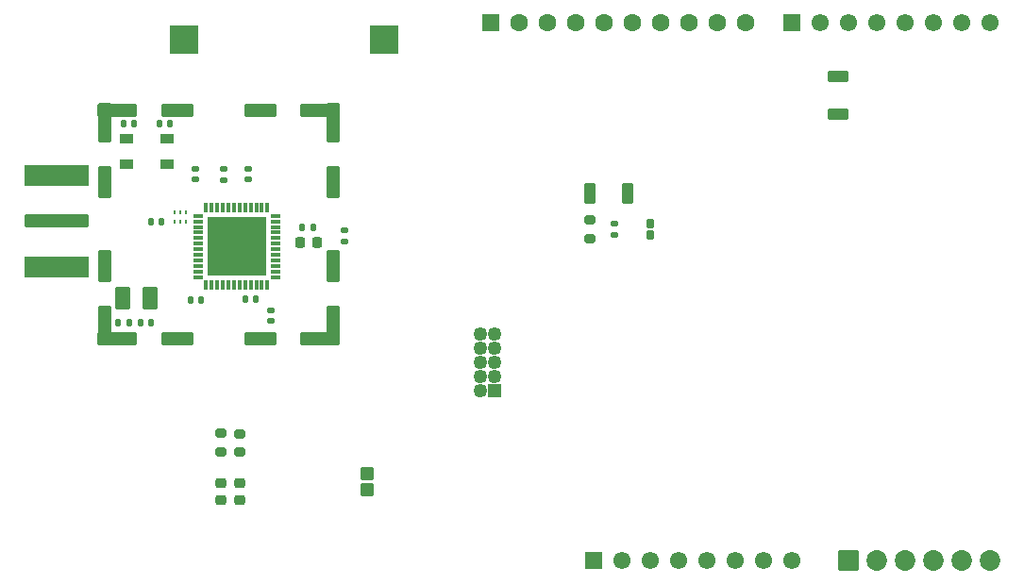
<source format=gbr>
%TF.GenerationSoftware,KiCad,Pcbnew,7.0.10*%
%TF.CreationDate,2024-02-28T21:34:32+00:00*%
%TF.ProjectId,RF_Race_Car,52465f52-6163-4655-9f43-61722e6b6963,rev?*%
%TF.SameCoordinates,Original*%
%TF.FileFunction,Soldermask,Top*%
%TF.FilePolarity,Negative*%
%FSLAX46Y46*%
G04 Gerber Fmt 4.6, Leading zero omitted, Abs format (unit mm)*
G04 Created by KiCad (PCBNEW 7.0.10) date 2024-02-28 21:34:32*
%MOMM*%
%LPD*%
G01*
G04 APERTURE LIST*
G04 Aperture macros list*
%AMRoundRect*
0 Rectangle with rounded corners*
0 $1 Rounding radius*
0 $2 $3 $4 $5 $6 $7 $8 $9 X,Y pos of 4 corners*
0 Add a 4 corners polygon primitive as box body*
4,1,4,$2,$3,$4,$5,$6,$7,$8,$9,$2,$3,0*
0 Add four circle primitives for the rounded corners*
1,1,$1+$1,$2,$3*
1,1,$1+$1,$4,$5*
1,1,$1+$1,$6,$7*
1,1,$1+$1,$8,$9*
0 Add four rect primitives between the rounded corners*
20,1,$1+$1,$2,$3,$4,$5,0*
20,1,$1+$1,$4,$5,$6,$7,0*
20,1,$1+$1,$6,$7,$8,$9,0*
20,1,$1+$1,$8,$9,$2,$3,0*%
G04 Aperture macros list end*
%ADD10RoundRect,0.140000X0.140000X0.170000X-0.140000X0.170000X-0.140000X-0.170000X0.140000X-0.170000X0*%
%ADD11RoundRect,0.140000X-0.170000X0.140000X-0.170000X-0.140000X0.170000X-0.140000X0.170000X0.140000X0*%
%ADD12RoundRect,0.200000X0.275000X-0.200000X0.275000X0.200000X-0.275000X0.200000X-0.275000X-0.200000X0*%
%ADD13RoundRect,0.140000X-0.140000X-0.170000X0.140000X-0.170000X0.140000X0.170000X-0.140000X0.170000X0*%
%ADD14RoundRect,0.200000X-0.275000X0.200000X-0.275000X-0.200000X0.275000X-0.200000X0.275000X0.200000X0*%
%ADD15RoundRect,0.218750X-0.218750X-0.256250X0.218750X-0.256250X0.218750X0.256250X-0.218750X0.256250X0*%
%ADD16RoundRect,0.102000X-0.675000X-0.675000X0.675000X-0.675000X0.675000X0.675000X-0.675000X0.675000X0*%
%ADD17C,1.554000*%
%ADD18R,0.900000X0.300000*%
%ADD19R,0.300000X0.900000*%
%ADD20R,5.250000X5.250000*%
%ADD21RoundRect,0.140000X0.170000X-0.140000X0.170000X0.140000X-0.170000X0.140000X-0.170000X-0.140000X0*%
%ADD22RoundRect,0.102000X0.400000X-0.850000X0.400000X0.850000X-0.400000X0.850000X-0.400000X-0.850000X0*%
%ADD23R,2.500000X2.500000*%
%ADD24RoundRect,0.102000X-0.699000X-0.699000X0.699000X-0.699000X0.699000X0.699000X-0.699000X0.699000X0*%
%ADD25C,1.602000*%
%ADD26RoundRect,0.102000X0.525000X-0.525000X0.525000X0.525000X-0.525000X0.525000X-0.525000X-0.525000X0*%
%ADD27C,1.254000*%
%ADD28RoundRect,0.102000X0.485000X-0.500000X0.485000X0.500000X-0.485000X0.500000X-0.485000X-0.500000X0*%
%ADD29RoundRect,0.102000X0.850000X0.400000X-0.850000X0.400000X-0.850000X-0.400000X0.850000X-0.400000X0*%
%ADD30RoundRect,0.102000X0.500000X-1.300000X0.500000X1.300000X-0.500000X1.300000X-0.500000X-1.300000X0*%
%ADD31RoundRect,0.102000X0.500000X-1.650000X0.500000X1.650000X-0.500000X1.650000X-0.500000X-1.650000X0*%
%ADD32RoundRect,0.102000X-1.650000X-0.500000X1.650000X-0.500000X1.650000X0.500000X-1.650000X0.500000X0*%
%ADD33RoundRect,0.102000X-1.300000X-0.500000X1.300000X-0.500000X1.300000X0.500000X-1.300000X0.500000X0*%
%ADD34RoundRect,0.218750X0.256250X-0.218750X0.256250X0.218750X-0.256250X0.218750X-0.256250X-0.218750X0*%
%ADD35R,1.244600X0.889000*%
%ADD36RoundRect,0.102000X-0.250000X0.300000X-0.250000X-0.300000X0.250000X-0.300000X0.250000X0.300000X0*%
%ADD37RoundRect,0.102000X-0.825000X-0.825000X0.825000X-0.825000X0.825000X0.825000X-0.825000X0.825000X0*%
%ADD38C,1.854000*%
%ADD39RoundRect,0.102000X2.800000X0.450000X-2.800000X0.450000X-2.800000X-0.450000X2.800000X-0.450000X0*%
%ADD40RoundRect,0.102000X2.800000X0.825000X-2.800000X0.825000X-2.800000X-0.825000X2.800000X-0.825000X0*%
%ADD41RoundRect,0.102000X-0.550000X-0.950000X0.550000X-0.950000X0.550000X0.950000X-0.550000X0.950000X0*%
%ADD42R,0.254000X0.457200*%
G04 APERTURE END LIST*
D10*
%TO.C,C4*%
X115930000Y-89700000D03*
X114970000Y-89700000D03*
%TD*%
D11*
%TO.C,C3*%
X122200000Y-90570000D03*
X122200000Y-91530000D03*
%TD*%
D12*
%TO.C,R1*%
X150747336Y-84153167D03*
X150747336Y-82503167D03*
%TD*%
D13*
%TO.C,C14*%
X108940000Y-73850000D03*
X109900000Y-73850000D03*
%TD*%
D14*
%TO.C,R3*%
X119400000Y-101660000D03*
X119400000Y-103310000D03*
%TD*%
D15*
%TO.C,L1*%
X124772275Y-84490250D03*
X126347275Y-84490250D03*
%TD*%
D16*
%TO.C,J5*%
X168910000Y-64770000D03*
D17*
X171450000Y-64770000D03*
X173990000Y-64770000D03*
X176530000Y-64770000D03*
X179070000Y-64770000D03*
X181610000Y-64770000D03*
X184150000Y-64770000D03*
X186690000Y-64770000D03*
%TD*%
D18*
%TO.C,IC1*%
X115650000Y-82100000D03*
X115650000Y-82600000D03*
X115650000Y-83100000D03*
X115650000Y-83600000D03*
X115650000Y-84100000D03*
X115650000Y-84600000D03*
X115650000Y-85100000D03*
X115650000Y-85600000D03*
X115650000Y-86100000D03*
X115650000Y-86600000D03*
X115650000Y-87100000D03*
X115650000Y-87600000D03*
D19*
X116350000Y-88300000D03*
X116850000Y-88300000D03*
X117350000Y-88300000D03*
X117850000Y-88300000D03*
X118350000Y-88300000D03*
X118850000Y-88300000D03*
X119350000Y-88300000D03*
X119850000Y-88300000D03*
X120350000Y-88300000D03*
X120850000Y-88300000D03*
X121350000Y-88300000D03*
X121850000Y-88300000D03*
D18*
X122550000Y-87600000D03*
X122550000Y-87100000D03*
X122550000Y-86600000D03*
X122550000Y-86100000D03*
X122550000Y-85600000D03*
X122550000Y-85100000D03*
X122550000Y-84600000D03*
X122550000Y-84100000D03*
X122550000Y-83600000D03*
X122550000Y-83100000D03*
X122550000Y-82600000D03*
X122550000Y-82100000D03*
D19*
X121850000Y-81400000D03*
X121350000Y-81400000D03*
X120850000Y-81400000D03*
X120350000Y-81400000D03*
X119850000Y-81400000D03*
X119350000Y-81400000D03*
X118850000Y-81400000D03*
X118350000Y-81400000D03*
X117850000Y-81400000D03*
X117350000Y-81400000D03*
X116850000Y-81400000D03*
X116350000Y-81400000D03*
D20*
X119100000Y-84850000D03*
%TD*%
D21*
%TO.C,C10*%
X117900000Y-78880000D03*
X117900000Y-77920000D03*
%TD*%
D22*
%TO.C,S1*%
X150752171Y-80080549D03*
X154152171Y-80080549D03*
%TD*%
D10*
%TO.C,C2*%
X111400000Y-91700000D03*
X110440000Y-91700000D03*
%TD*%
D13*
%TO.C,C8*%
X111382165Y-82616583D03*
X112342165Y-82616583D03*
%TD*%
D23*
%TO.C,TP1*%
X132300000Y-66300000D03*
%TD*%
D16*
%TO.C,J3*%
X151130000Y-113030000D03*
D17*
X153670000Y-113030000D03*
X156210000Y-113030000D03*
X158750000Y-113030000D03*
X161290000Y-113030000D03*
X163830000Y-113030000D03*
X166370000Y-113030000D03*
X168910000Y-113030000D03*
%TD*%
D13*
%TO.C,C6*%
X124993153Y-83134516D03*
X125953153Y-83134516D03*
%TD*%
D21*
%TO.C,C7*%
X120150000Y-78860000D03*
X120150000Y-77900000D03*
%TD*%
D24*
%TO.C,J4*%
X141888505Y-64770000D03*
D25*
X144428505Y-64770000D03*
X146968505Y-64770000D03*
X149508505Y-64770000D03*
X152048505Y-64770000D03*
X154588505Y-64770000D03*
X157128505Y-64770000D03*
X159668505Y-64770000D03*
X162208505Y-64770000D03*
X164748505Y-64770000D03*
%TD*%
D26*
%TO.C,J2*%
X142240000Y-97790000D03*
D27*
X140970000Y-97790000D03*
X142240000Y-96520000D03*
X140970000Y-96520000D03*
X142240000Y-95250000D03*
X140970000Y-95250000D03*
X142240000Y-93980000D03*
X140970000Y-93980000D03*
X142240000Y-92710000D03*
X140970000Y-92710000D03*
%TD*%
D28*
%TO.C,FL1*%
X130770000Y-106665000D03*
X130770000Y-105195000D03*
%TD*%
D10*
%TO.C,C5*%
X120810000Y-89600000D03*
X119850000Y-89600000D03*
%TD*%
D23*
%TO.C,TP2*%
X114352326Y-66291166D03*
%TD*%
D29*
%TO.C,S2*%
X173066025Y-72990187D03*
X173066025Y-69590187D03*
%TD*%
D30*
%TO.C,*%
X107250000Y-79100000D03*
X107250000Y-86600000D03*
D31*
X107250000Y-91950000D03*
D32*
X108400000Y-93100000D03*
D33*
X113750000Y-93100000D03*
X121250000Y-93100000D03*
D32*
X126600000Y-93100000D03*
D31*
X127750000Y-91950000D03*
D30*
X127750000Y-86600000D03*
X127750000Y-79100000D03*
D31*
X127750000Y-73750000D03*
D32*
X126600000Y-72600000D03*
D33*
X121250000Y-72600000D03*
X113750000Y-72600000D03*
D32*
X108400000Y-72600000D03*
D31*
X107250000Y-73750000D03*
%TD*%
D21*
%TO.C,C11*%
X115400000Y-78860000D03*
X115400000Y-77900000D03*
%TD*%
D13*
%TO.C,C1*%
X108476064Y-91672773D03*
X109436064Y-91672773D03*
%TD*%
D34*
%TO.C,D3*%
X119380000Y-107650000D03*
X119380000Y-106075000D03*
%TD*%
D35*
%TO.C,Y1*%
X109220000Y-75170000D03*
X112826800Y-75170000D03*
X112826800Y-77470000D03*
X109220000Y-77470000D03*
%TD*%
D10*
%TO.C,C13*%
X113132825Y-73850000D03*
X112172825Y-73850000D03*
%TD*%
D21*
%TO.C,C9*%
X128750000Y-84388333D03*
X128750000Y-83428333D03*
%TD*%
D34*
%TO.C,D2*%
X117692524Y-107644544D03*
X117692524Y-106069544D03*
%TD*%
D36*
%TO.C,D1*%
X156210000Y-82820000D03*
X156210000Y-83820000D03*
%TD*%
D37*
%TO.C,J7*%
X173950000Y-113050000D03*
D38*
X176490000Y-113050000D03*
X179030000Y-113050000D03*
X181570000Y-113050000D03*
X184110000Y-113050000D03*
X186650000Y-113050000D03*
%TD*%
D39*
%TO.C,J1*%
X102950000Y-82575000D03*
D40*
X102950000Y-86700000D03*
X102950000Y-78450000D03*
%TD*%
D41*
%TO.C,Y2*%
X108825586Y-89455584D03*
X111325586Y-89455584D03*
%TD*%
D42*
%TO.C,U2*%
X113524000Y-82648200D03*
X114032000Y-82648200D03*
X114540000Y-82648200D03*
X114540000Y-81810000D03*
X114032000Y-81810000D03*
X113524000Y-81810000D03*
%TD*%
D11*
%TO.C,C12*%
X152938726Y-82820159D03*
X152938726Y-83780159D03*
%TD*%
D14*
%TO.C,R2*%
X117700948Y-101634031D03*
X117700948Y-103284031D03*
%TD*%
M02*

</source>
